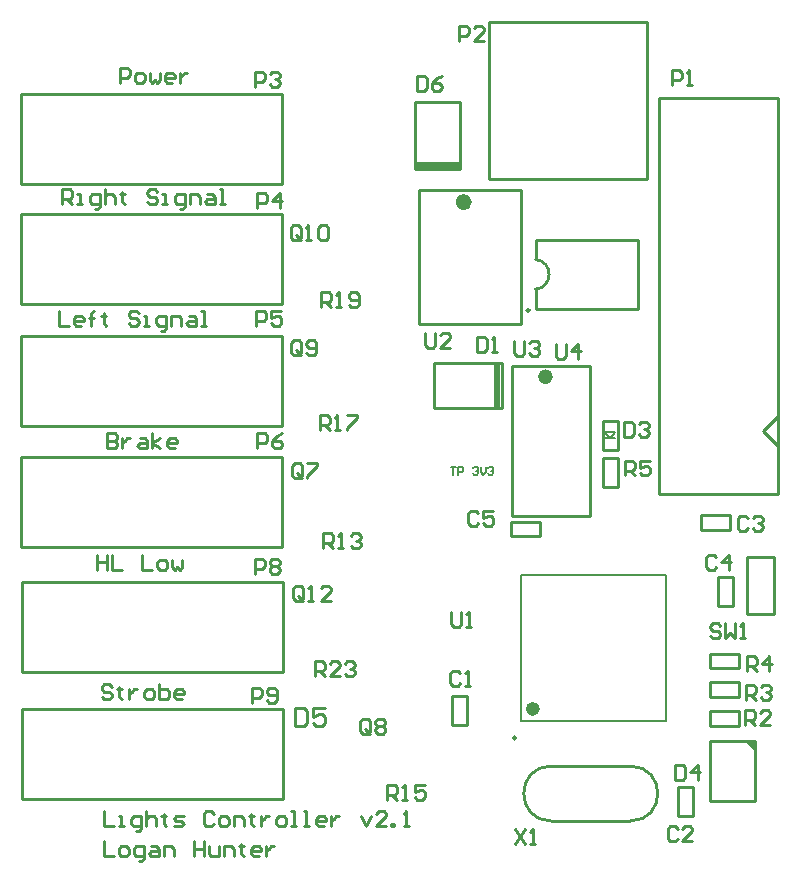
<source format=gto>
G04*
G04 #@! TF.GenerationSoftware,Altium Limited,Altium Designer,18.1.6 (161)*
G04*
G04 Layer_Color=65535*
%FSLAX44Y44*%
%MOMM*%
G71*
G01*
G75*
%ADD10C,0.2500*%
%ADD11C,0.6000*%
%ADD12C,0.2540*%
%ADD13C,0.2000*%
%ADD14C,0.1524*%
%ADD15C,0.1270*%
%ADD16R,3.6830X0.5080*%
%ADD17R,0.5080X3.6830*%
D10*
X795655Y207949D02*
G03*
X795655Y207949I-1250J0D01*
G01*
D11*
X812905Y232449D02*
G03*
X812905Y232449I-3000J0D01*
G01*
D12*
X825418Y184073D02*
G03*
X825418Y137573I0J-23250D01*
G01*
X892418D02*
G03*
X892418Y184073I0J23250D01*
G01*
X825630Y513660D02*
G03*
X825630Y513660I-5080J0D01*
G01*
X824360D02*
G03*
X824360Y513660I-3810J0D01*
G01*
X820550Y511120D02*
G03*
X819414Y511388I0J2540D01*
G01*
X821820Y513660D02*
G03*
X820550Y512390I-1270J0D01*
G01*
X812110Y587743D02*
G03*
X812224Y613028I-1150J12648D01*
G01*
X807150Y569911D02*
G03*
X807150Y569911I-1270J0D01*
G01*
X752537Y661562D02*
G03*
X752537Y661562I-1270J0D01*
G01*
X753807D02*
G03*
X753807Y661562I-2540J0D01*
G01*
X755284D02*
G03*
X755284Y661562I-4016J0D01*
G01*
X756947D02*
G03*
X756947Y661562I-5680J0D01*
G01*
X710378Y689565D02*
Y746714D01*
X748478D01*
Y689565D02*
Y746714D01*
X710378Y689565D02*
X748478D01*
X376115Y471784D02*
Y547984D01*
Y471784D02*
X597095D01*
Y547984D01*
X376115D02*
X597095D01*
X376232Y446081D02*
X597212D01*
Y369881D02*
Y446081D01*
X376232Y369881D02*
X597212D01*
X376232D02*
Y446081D01*
X741744Y219247D02*
X754244D01*
X741744D02*
Y243748D01*
X754244D01*
Y219247D02*
Y243748D01*
X932951Y142207D02*
X945451D01*
X932951D02*
Y166707D01*
X945451D01*
Y142207D02*
Y166707D01*
X952572Y384010D02*
X977072D01*
X952572D02*
Y396510D01*
X977072D01*
Y384010D02*
Y396510D01*
X966582Y319247D02*
X979082D01*
X966582D02*
Y343747D01*
X979082D01*
Y319247D02*
Y343747D01*
X791637Y378475D02*
X816137D01*
X791637D02*
Y390975D01*
X816137D01*
Y378475D02*
Y390975D01*
X959909Y218391D02*
X984409D01*
X959909D02*
Y230891D01*
X984409D01*
Y218391D02*
Y230891D01*
X959909Y242594D02*
X984409D01*
X959909D02*
Y255094D01*
X984409D01*
Y242594D02*
Y255094D01*
X959909Y266796D02*
X984409D01*
X959909D02*
Y279296D01*
X984409D01*
Y266796D02*
Y279296D01*
X1014478Y313088D02*
Y361348D01*
X991618Y313088D02*
X1014478D01*
X991618D02*
Y361348D01*
X1014478D01*
X994522Y201759D02*
Y204934D01*
X995157Y202394D02*
X997062Y200489D01*
X997697D01*
Y202394D01*
X995157Y204934D02*
X997697Y202394D01*
X995157Y204934D02*
X997697Y202394D01*
Y200489D02*
Y202394D01*
Y198584D02*
Y202394D01*
X995157Y204934D02*
X997697Y202394D01*
X995157Y204934D02*
X997697D01*
X991347D02*
X997697D01*
X991347D02*
X997697Y198584D01*
X959597Y154134D02*
X968487D01*
X959597D02*
Y204934D01*
X997697D01*
Y154134D02*
Y204934D01*
X963407Y154134D02*
X997697D01*
X825418Y184073D02*
X892418D01*
X825418Y137573D02*
X892418D01*
X869070Y476460D02*
X881570D01*
X869070Y451960D02*
Y476460D01*
Y451960D02*
X881570D01*
Y476460D01*
X869070Y445198D02*
X881570D01*
X869070Y420698D02*
Y445198D01*
Y420698D02*
X881570D01*
Y445198D01*
X792610Y522550D02*
X858650D01*
Y395550D02*
Y522550D01*
X792610Y395550D02*
X858650D01*
X792610D02*
Y522550D01*
X916826Y750037D02*
X1017156D01*
X916826Y414757D02*
Y750037D01*
Y414757D02*
X1017156D01*
Y750037D01*
Y479527D02*
Y480797D01*
X1004456Y468097D02*
X1017156Y480797D01*
X1004456Y468097D02*
X1017156Y455397D01*
X376115Y676667D02*
Y752867D01*
Y676667D02*
X597095D01*
Y752867D01*
X376115D02*
X597095D01*
X376115Y575015D02*
Y651215D01*
Y575015D02*
X597095D01*
Y651215D01*
X376115D02*
X597095D01*
X377037Y263934D02*
Y340134D01*
Y263934D02*
X598017D01*
Y340134D01*
X377037D02*
X598017D01*
X377154Y156114D02*
Y232314D01*
Y156114D02*
X598134D01*
Y232314D01*
X377154D02*
X598134D01*
X772851Y680883D02*
Y813883D01*
Y680883D02*
X906851D01*
Y813883D01*
X772851D02*
X906851D01*
X812224Y613028D02*
Y629594D01*
X812230Y571181D02*
Y587623D01*
X898590Y571181D02*
Y628331D01*
X812230Y629601D02*
X898590D01*
X812230Y571181D02*
X898590D01*
X713167Y671722D02*
X799527D01*
X713167Y558692D02*
Y671722D01*
Y558692D02*
X799527D01*
Y671722D01*
X783628Y487095D02*
Y525196D01*
X726478D02*
X783628D01*
X726478Y487095D02*
Y525196D01*
Y487095D02*
X783628D01*
X408472Y569702D02*
Y557006D01*
X416936D01*
X427515D02*
X423284D01*
X421168Y559123D01*
Y563354D01*
X423284Y565470D01*
X427515D01*
X429632Y563354D01*
Y561239D01*
X421168D01*
X435979Y557006D02*
Y567586D01*
Y563354D01*
X433863D01*
X438095D01*
X435979D01*
Y567586D01*
X438095Y569702D01*
X446559Y567586D02*
Y565470D01*
X444443D01*
X448675D01*
X446559D01*
Y559123D01*
X448675Y557006D01*
X476183Y567586D02*
X474067Y569702D01*
X469835D01*
X467719Y567586D01*
Y565470D01*
X469835Y563354D01*
X474067D01*
X476183Y561239D01*
Y559123D01*
X474067Y557006D01*
X469835D01*
X467719Y559123D01*
X480415Y557006D02*
X484647D01*
X482531D01*
Y565470D01*
X480415D01*
X495227Y552775D02*
X497343D01*
X499459Y554891D01*
Y565470D01*
X493111D01*
X490995Y563354D01*
Y559123D01*
X493111Y557006D01*
X499459D01*
X503691D02*
Y565470D01*
X510039D01*
X512155Y563354D01*
Y557006D01*
X518503Y565470D02*
X522735D01*
X524851Y563354D01*
Y557006D01*
X518503D01*
X516387Y559123D01*
X518503Y561239D01*
X524851D01*
X529083Y557006D02*
X533315D01*
X531199D01*
Y569702D01*
X529083D01*
X441227Y363033D02*
Y350337D01*
Y356685D01*
X449691D01*
Y363033D01*
Y350337D01*
X453923Y363033D02*
Y350337D01*
X462387D01*
X479314Y363033D02*
Y350337D01*
X487778D01*
X494126D02*
X498358D01*
X500474Y352453D01*
Y356685D01*
X498358Y358801D01*
X494126D01*
X492010Y356685D01*
Y352453D01*
X494126Y350337D01*
X504706Y358801D02*
Y352453D01*
X506822Y350337D01*
X508938Y352453D01*
X511054Y350337D01*
X513170Y352453D01*
Y358801D01*
X446690Y145816D02*
Y133121D01*
X455154D01*
X459386D02*
X463618D01*
X461502D01*
Y141585D01*
X459386D01*
X474198Y128889D02*
X476314D01*
X478430Y131005D01*
Y141585D01*
X472082D01*
X469966Y139468D01*
Y135237D01*
X472082Y133121D01*
X478430D01*
X482662Y145816D02*
Y133121D01*
Y139468D01*
X484778Y141585D01*
X489010D01*
X491126Y139468D01*
Y133121D01*
X497474Y143701D02*
Y141585D01*
X495358D01*
X499590D01*
X497474D01*
Y135237D01*
X499590Y133121D01*
X505938D02*
X512285D01*
X514402Y135237D01*
X512285Y137353D01*
X508054D01*
X505938Y139468D01*
X508054Y141585D01*
X514402D01*
X539793Y143701D02*
X537677Y145816D01*
X533445D01*
X531329Y143701D01*
Y135237D01*
X533445Y133121D01*
X537677D01*
X539793Y135237D01*
X546141Y133121D02*
X550373D01*
X552489Y135237D01*
Y139468D01*
X550373Y141585D01*
X546141D01*
X544025Y139468D01*
Y135237D01*
X546141Y133121D01*
X556721D02*
Y141585D01*
X563069D01*
X565185Y139468D01*
Y133121D01*
X571533Y143701D02*
Y141585D01*
X569417D01*
X573649D01*
X571533D01*
Y135237D01*
X573649Y133121D01*
X579997Y141585D02*
Y133121D01*
Y137353D01*
X582113Y139468D01*
X584229Y141585D01*
X586345D01*
X594809Y133121D02*
X599041D01*
X601157Y135237D01*
Y139468D01*
X599041Y141585D01*
X594809D01*
X592693Y139468D01*
Y135237D01*
X594809Y133121D01*
X605389D02*
X609621D01*
X607505D01*
Y145816D01*
X605389D01*
X615969Y133121D02*
X620201D01*
X618084D01*
Y145816D01*
X615969D01*
X632896Y133121D02*
X628664D01*
X626549Y135237D01*
Y139468D01*
X628664Y141585D01*
X632896D01*
X635012Y139468D01*
Y137353D01*
X626549D01*
X639244Y141585D02*
Y133121D01*
Y137353D01*
X641360Y139468D01*
X643476Y141585D01*
X645592D01*
X664636D02*
X668868Y133121D01*
X673100Y141585D01*
X685796Y133121D02*
X677332D01*
X685796Y141585D01*
Y143701D01*
X683680Y145816D01*
X679448D01*
X677332Y143701D01*
X690028Y133121D02*
Y135237D01*
X692144D01*
Y133121D01*
X690028D01*
X700608D02*
X704840D01*
X702724D01*
Y145816D01*
X700608Y143701D01*
X446690Y120253D02*
Y107557D01*
X455154D01*
X461502D02*
X465734D01*
X467850Y109674D01*
Y113905D01*
X465734Y116021D01*
X461502D01*
X459386Y113905D01*
Y109674D01*
X461502Y107557D01*
X476314Y103326D02*
X478430D01*
X480546Y105442D01*
Y116021D01*
X474198D01*
X472082Y113905D01*
Y109674D01*
X474198Y107557D01*
X480546D01*
X486894Y116021D02*
X491126D01*
X493242Y113905D01*
Y107557D01*
X486894D01*
X484778Y109674D01*
X486894Y111790D01*
X493242D01*
X497474Y107557D02*
Y116021D01*
X503821D01*
X505938Y113905D01*
Y107557D01*
X522865Y120253D02*
Y107557D01*
Y113905D01*
X531329D01*
Y120253D01*
Y107557D01*
X535561Y116021D02*
Y109674D01*
X537677Y107557D01*
X544025D01*
Y116021D01*
X548257Y107557D02*
Y116021D01*
X554605D01*
X556721Y113905D01*
Y107557D01*
X563069Y118137D02*
Y116021D01*
X560953D01*
X565185D01*
X563069D01*
Y109674D01*
X565185Y107557D01*
X577881D02*
X573649D01*
X571533Y109674D01*
Y113905D01*
X573649Y116021D01*
X577881D01*
X579997Y113905D01*
Y111790D01*
X571533D01*
X584229Y116021D02*
Y107557D01*
Y111790D01*
X586345Y113905D01*
X588461Y116021D01*
X590577D01*
X453258Y251352D02*
X451142Y253468D01*
X446910D01*
X444794Y251352D01*
Y249235D01*
X446910Y247120D01*
X451142D01*
X453258Y245004D01*
Y242888D01*
X451142Y240772D01*
X446910D01*
X444794Y242888D01*
X459606Y251352D02*
Y249235D01*
X457490D01*
X461722D01*
X459606D01*
Y242888D01*
X461722Y240772D01*
X468070Y249235D02*
Y240772D01*
Y245004D01*
X470186Y247120D01*
X472302Y249235D01*
X474418D01*
X482882Y240772D02*
X487113D01*
X489230Y242888D01*
Y247120D01*
X487113Y249235D01*
X482882D01*
X480766Y247120D01*
Y242888D01*
X482882Y240772D01*
X493461Y253468D02*
Y240772D01*
X499809D01*
X501925Y242888D01*
Y245004D01*
Y247120D01*
X499809Y249235D01*
X493461D01*
X512505Y240772D02*
X508273D01*
X506157Y242888D01*
Y247120D01*
X508273Y249235D01*
X512505D01*
X514621Y247120D01*
Y245004D01*
X506157D01*
X411530Y659888D02*
Y672584D01*
X417878D01*
X419994Y670468D01*
Y666236D01*
X417878Y664120D01*
X411530D01*
X415762D02*
X419994Y659888D01*
X424226D02*
X428457D01*
X426341D01*
Y668352D01*
X424226D01*
X439037Y655656D02*
X441153D01*
X443269Y657772D01*
Y668352D01*
X436921D01*
X434805Y666236D01*
Y662004D01*
X436921Y659888D01*
X443269D01*
X447501Y672584D02*
Y659888D01*
Y666236D01*
X449617Y668352D01*
X453849D01*
X455965Y666236D01*
Y659888D01*
X462313Y670468D02*
Y668352D01*
X460197D01*
X464429D01*
X462313D01*
Y662004D01*
X464429Y659888D01*
X491937Y670468D02*
X489821Y672584D01*
X485589D01*
X483473Y670468D01*
Y668352D01*
X485589Y666236D01*
X489821D01*
X491937Y664120D01*
Y662004D01*
X489821Y659888D01*
X485589D01*
X483473Y662004D01*
X496169Y659888D02*
X500401D01*
X498285D01*
Y668352D01*
X496169D01*
X510981Y655656D02*
X513097D01*
X515213Y657772D01*
Y668352D01*
X508865D01*
X506749Y666236D01*
Y662004D01*
X508865Y659888D01*
X515213D01*
X519445D02*
Y668352D01*
X525793D01*
X527909Y666236D01*
Y659888D01*
X534257Y668352D02*
X538489D01*
X540605Y666236D01*
Y659888D01*
X534257D01*
X532141Y662004D01*
X534257Y664120D01*
X540605D01*
X544836Y659888D02*
X549068D01*
X546952D01*
Y672584D01*
X544836D01*
X460287Y762556D02*
Y775251D01*
X466635D01*
X468751Y773136D01*
Y768904D01*
X466635Y766788D01*
X460287D01*
X475099Y762556D02*
X479331D01*
X481447Y764672D01*
Y768904D01*
X479331Y771020D01*
X475099D01*
X472983Y768904D01*
Y764672D01*
X475099Y762556D01*
X485679Y771020D02*
Y764672D01*
X487795Y762556D01*
X489911Y764672D01*
X492027Y762556D01*
X494143Y764672D01*
Y771020D01*
X504723Y762556D02*
X500491D01*
X498375Y764672D01*
Y768904D01*
X500491Y771020D01*
X504723D01*
X506839Y768904D01*
Y766788D01*
X498375D01*
X511071Y771020D02*
Y762556D01*
Y766788D01*
X513187Y768904D01*
X515303Y771020D01*
X517419D01*
X449548Y465649D02*
Y452953D01*
X455896D01*
X458012Y455069D01*
Y457185D01*
X455896Y459301D01*
X449548D01*
X455896D01*
X458012Y461417D01*
Y463533D01*
X455896Y465649D01*
X449548D01*
X462244Y461417D02*
Y452953D01*
Y457185D01*
X464360Y459301D01*
X466476Y461417D01*
X468592D01*
X477056D02*
X481288D01*
X483404Y459301D01*
Y452953D01*
X477056D01*
X474940Y455069D01*
X477056Y457185D01*
X483404D01*
X487636Y452953D02*
Y465649D01*
Y457185D02*
X493984Y461417D01*
X487636Y457185D02*
X493984Y452953D01*
X506680D02*
X502448D01*
X500332Y455069D01*
Y459301D01*
X502448Y461417D01*
X506680D01*
X508796Y459301D01*
Y457185D01*
X500332D01*
X608286Y232907D02*
Y217672D01*
X615904D01*
X618443Y220211D01*
Y230368D01*
X615904Y232907D01*
X608286D01*
X633678D02*
X623521D01*
Y225290D01*
X628599Y227829D01*
X631139D01*
X633678Y225290D01*
Y220211D01*
X631139Y217672D01*
X626060D01*
X623521Y220211D01*
X625165Y259924D02*
Y272620D01*
X631513D01*
X633629Y270504D01*
Y266272D01*
X631513Y264156D01*
X625165D01*
X629397D02*
X633629Y259924D01*
X646325D02*
X637861D01*
X646325Y268388D01*
Y270504D01*
X644209Y272620D01*
X639977D01*
X637861Y270504D01*
X650557D02*
X652673Y272620D01*
X656905D01*
X659021Y270504D01*
Y268388D01*
X656905Y266272D01*
X654789D01*
X656905D01*
X659021Y264156D01*
Y262040D01*
X656905Y259924D01*
X652673D01*
X650557Y262040D01*
X575532Y556666D02*
Y569362D01*
X581880D01*
X583996Y567246D01*
Y563014D01*
X581880Y560899D01*
X575532D01*
X596692Y569362D02*
X588228D01*
Y563014D01*
X592460Y565130D01*
X594576D01*
X596692Y563014D01*
Y558783D01*
X594576Y556666D01*
X590344D01*
X588228Y558783D01*
X576465Y453132D02*
Y465828D01*
X582813D01*
X584929Y463712D01*
Y459480D01*
X582813Y457364D01*
X576465D01*
X597625Y465828D02*
X593393Y463712D01*
X589161Y459480D01*
Y455248D01*
X591277Y453132D01*
X595509D01*
X597625Y455248D01*
Y457364D01*
X595509Y459480D01*
X589161D01*
X630841Y572456D02*
Y585151D01*
X637189D01*
X639305Y583036D01*
Y578804D01*
X637189Y576688D01*
X630841D01*
X635073D02*
X639305Y572456D01*
X643537D02*
X647769D01*
X645653D01*
Y585151D01*
X643537Y583036D01*
X654117Y574572D02*
X656233Y572456D01*
X660465D01*
X662581Y574572D01*
Y583036D01*
X660465Y585151D01*
X656233D01*
X654117Y583036D01*
Y580920D01*
X656233Y578804D01*
X662581D01*
X629463Y468273D02*
Y480969D01*
X635810D01*
X637926Y478853D01*
Y474621D01*
X635810Y472505D01*
X629463D01*
X633694D02*
X637926Y468273D01*
X642158D02*
X646390D01*
X644274D01*
Y480969D01*
X642158Y478853D01*
X652738Y480969D02*
X661202D01*
Y478853D01*
X652738Y470389D01*
Y468273D01*
X686512Y155381D02*
Y168077D01*
X692860D01*
X694976Y165961D01*
Y161729D01*
X692860Y159613D01*
X686512D01*
X690744D02*
X694976Y155381D01*
X699208D02*
X703440D01*
X701324D01*
Y168077D01*
X699208Y165961D01*
X718252Y168077D02*
X709788D01*
Y161729D01*
X714020Y163845D01*
X716136D01*
X718252Y161729D01*
Y157497D01*
X716136Y155381D01*
X711904D01*
X709788Y157497D01*
X632420Y368595D02*
Y381291D01*
X638768D01*
X640884Y379175D01*
Y374943D01*
X638768Y372827D01*
X632420D01*
X636652D02*
X640884Y368595D01*
X645116D02*
X649348D01*
X647232D01*
Y381291D01*
X645116Y379175D01*
X655696D02*
X657812Y381291D01*
X662044D01*
X664160Y379175D01*
Y377059D01*
X662044Y374943D01*
X659928D01*
X662044D01*
X664160Y372827D01*
Y370711D01*
X662044Y368595D01*
X657812D01*
X655696Y370711D01*
X615298Y326217D02*
Y334681D01*
X613181Y336797D01*
X608950D01*
X606834Y334681D01*
Y326217D01*
X608950Y324101D01*
X613181D01*
X611066Y328333D02*
X615298Y324101D01*
X613181D02*
X615298Y326217D01*
X619529Y324101D02*
X623761D01*
X621645D01*
Y336797D01*
X619529Y334681D01*
X638573Y324101D02*
X630109D01*
X638573Y332565D01*
Y334681D01*
X636457Y336797D01*
X632225D01*
X630109Y334681D01*
X613291Y631319D02*
Y639783D01*
X611175Y641899D01*
X606943D01*
X604827Y639783D01*
Y631319D01*
X606943Y629203D01*
X611175D01*
X609059Y633435D02*
X613291Y629203D01*
X611175D02*
X613291Y631319D01*
X617523Y629203D02*
X621755D01*
X619639D01*
Y641899D01*
X617523Y639783D01*
X628103D02*
X630219Y641899D01*
X634451D01*
X636567Y639783D01*
Y631319D01*
X634451Y629203D01*
X630219D01*
X628103Y631319D01*
Y639783D01*
X614015Y533854D02*
Y542318D01*
X611899Y544434D01*
X607667D01*
X605551Y542318D01*
Y533854D01*
X607667Y531738D01*
X611899D01*
X609783Y535970D02*
X614015Y531738D01*
X611899D02*
X614015Y533854D01*
X618247D02*
X620363Y531738D01*
X624595D01*
X626711Y533854D01*
Y542318D01*
X624595Y544434D01*
X620363D01*
X618247Y542318D01*
Y540202D01*
X620363Y538086D01*
X626711D01*
X672090Y213608D02*
Y222072D01*
X669974Y224188D01*
X665742D01*
X663626Y222072D01*
Y213608D01*
X665742Y211492D01*
X669974D01*
X667858Y215724D02*
X672090Y211492D01*
X669974D02*
X672090Y213608D01*
X676322Y222072D02*
X678438Y224188D01*
X682670D01*
X684786Y222072D01*
Y219956D01*
X682670Y217840D01*
X684786Y215724D01*
Y213608D01*
X682670Y211492D01*
X678438D01*
X676322Y213608D01*
Y215724D01*
X678438Y217840D01*
X676322Y219956D01*
Y222072D01*
X678438Y217840D02*
X682670D01*
X614768Y430078D02*
Y438542D01*
X612652Y440658D01*
X608420D01*
X606304Y438542D01*
Y430078D01*
X608420Y427962D01*
X612652D01*
X610536Y432194D02*
X614768Y427962D01*
X612652D02*
X614768Y430078D01*
X619000Y440658D02*
X627464D01*
Y438542D01*
X619000Y430078D01*
Y427962D01*
X795079Y130377D02*
X803543Y117681D01*
Y130377D02*
X795079Y117681D01*
X807775D02*
X812007D01*
X809891D01*
Y130377D01*
X807775Y128261D01*
X740811Y314550D02*
Y303970D01*
X742927Y301854D01*
X747159D01*
X749275Y303970D01*
Y314550D01*
X753507Y301854D02*
X757739D01*
X755623D01*
Y314550D01*
X753507Y312433D01*
X968663Y302866D02*
X966547Y304982D01*
X962315D01*
X960199Y302866D01*
Y300750D01*
X962315Y298634D01*
X966547D01*
X968663Y296518D01*
Y294402D01*
X966547Y292286D01*
X962315D01*
X960199Y294402D01*
X972895Y304982D02*
Y292286D01*
X977127Y296518D01*
X981359Y292286D01*
Y304982D01*
X985591Y292286D02*
X989823D01*
X987707D01*
Y304982D01*
X985591Y302866D01*
X990961Y264325D02*
Y277021D01*
X997309D01*
X999425Y274905D01*
Y270673D01*
X997309Y268557D01*
X990961D01*
X995193D02*
X999425Y264325D01*
X1010005D02*
Y277021D01*
X1003657Y270673D01*
X1012121D01*
X990086Y240203D02*
Y252899D01*
X996434D01*
X998550Y250783D01*
Y246551D01*
X996434Y244435D01*
X990086D01*
X994318D02*
X998550Y240203D01*
X1002782Y250783D02*
X1004898Y252899D01*
X1009130D01*
X1011246Y250783D01*
Y248667D01*
X1009130Y246551D01*
X1007014D01*
X1009130D01*
X1011246Y244435D01*
Y242319D01*
X1009130Y240203D01*
X1004898D01*
X1002782Y242319D01*
X989541Y218641D02*
Y231337D01*
X995890D01*
X998006Y229221D01*
Y224989D01*
X995890Y222873D01*
X989541D01*
X993773D02*
X998006Y218641D01*
X1010701D02*
X1002237D01*
X1010701Y227105D01*
Y229221D01*
X1008585Y231337D01*
X1004353D01*
X1002237Y229221D01*
X930373Y185375D02*
Y172679D01*
X936721D01*
X938837Y174795D01*
Y183259D01*
X936721Y185375D01*
X930373D01*
X949417Y172679D02*
Y185375D01*
X943069Y179027D01*
X951533D01*
X763510Y398201D02*
X761394Y400317D01*
X757162D01*
X755046Y398201D01*
Y389738D01*
X757162Y387622D01*
X761394D01*
X763510Y389738D01*
X776206Y400317D02*
X767741D01*
Y393969D01*
X771973Y396086D01*
X774090D01*
X776206Y393969D01*
Y389738D01*
X774090Y387622D01*
X769857D01*
X767741Y389738D01*
X965236Y360707D02*
X963120Y362823D01*
X958888D01*
X956772Y360707D01*
Y352243D01*
X958888Y350127D01*
X963120D01*
X965236Y352243D01*
X975816Y350127D02*
Y362823D01*
X969468Y356475D01*
X977932D01*
X991992Y393946D02*
X989876Y396063D01*
X985644D01*
X983528Y393946D01*
Y385483D01*
X985644Y383367D01*
X989876D01*
X991992Y385483D01*
X996224Y393946D02*
X998340Y396063D01*
X1002572D01*
X1004688Y393946D01*
Y391831D01*
X1002572Y389715D01*
X1000456D01*
X1002572D01*
X1004688Y387599D01*
Y385483D01*
X1002572Y383367D01*
X998340D01*
X996224Y385483D01*
X932367Y130988D02*
X930251Y133104D01*
X926019D01*
X923903Y130988D01*
Y122524D01*
X926019Y120408D01*
X930251D01*
X932367Y122524D01*
X945063Y120408D02*
X936599D01*
X945063Y128872D01*
Y130988D01*
X942947Y133104D01*
X938715D01*
X936599Y130988D01*
X748243Y262589D02*
X746127Y264705D01*
X741895D01*
X739779Y262589D01*
Y254125D01*
X741895Y252009D01*
X746127D01*
X748243Y254125D01*
X752475Y252009D02*
X756707D01*
X754591D01*
Y264705D01*
X752475Y262589D01*
X762428Y547361D02*
Y534665D01*
X768776D01*
X770892Y536781D01*
Y545245D01*
X768776Y547361D01*
X762428D01*
X775124Y534665D02*
X779356D01*
X777240D01*
Y547361D01*
X775124Y545245D01*
X886916Y475416D02*
Y462720D01*
X893264D01*
X895380Y464836D01*
Y473300D01*
X893264Y475416D01*
X886916D01*
X899612Y473300D02*
X901728Y475416D01*
X905959D01*
X908075Y473300D01*
Y471184D01*
X905959Y469068D01*
X903844D01*
X905959D01*
X908075Y466952D01*
Y464836D01*
X905959Y462720D01*
X901728D01*
X899612Y464836D01*
X711698Y768420D02*
Y755724D01*
X718046D01*
X720162Y757840D01*
Y766304D01*
X718046Y768420D01*
X711698D01*
X732858D02*
X728626Y766304D01*
X724394Y762072D01*
Y757840D01*
X726510Y755724D01*
X730742D01*
X732858Y757840D01*
Y759956D01*
X730742Y762072D01*
X724394D01*
X927571Y760398D02*
Y773094D01*
X933919D01*
X936035Y770978D01*
Y766746D01*
X933919Y764630D01*
X927571D01*
X940267Y760398D02*
X944499D01*
X942383D01*
Y773094D01*
X940267Y770978D01*
X747271Y798335D02*
Y811031D01*
X753619D01*
X755735Y808915D01*
Y804683D01*
X753619Y802567D01*
X747271D01*
X768431Y798335D02*
X759967D01*
X768431Y806799D01*
Y808915D01*
X766315Y811031D01*
X762083D01*
X759967Y808915D01*
X574600Y759071D02*
Y771767D01*
X580948D01*
X583064Y769651D01*
Y765419D01*
X580948Y763303D01*
X574600D01*
X587295Y769651D02*
X589412Y771767D01*
X593643D01*
X595760Y769651D01*
Y767535D01*
X593643Y765419D01*
X591527D01*
X593643D01*
X595760Y763303D01*
Y761187D01*
X593643Y759071D01*
X589412D01*
X587295Y761187D01*
X576465Y656470D02*
Y669165D01*
X582813D01*
X584929Y667050D01*
Y662818D01*
X582813Y660702D01*
X576465D01*
X595509Y656470D02*
Y669165D01*
X589161Y662818D01*
X597625D01*
X574600Y346800D02*
Y359496D01*
X580948D01*
X583064Y357380D01*
Y353148D01*
X580948Y351032D01*
X574600D01*
X587295Y357380D02*
X589412Y359496D01*
X593643D01*
X595760Y357380D01*
Y355264D01*
X593643Y353148D01*
X595760Y351032D01*
Y348916D01*
X593643Y346800D01*
X589412D01*
X587295Y348916D01*
Y351032D01*
X589412Y353148D01*
X587295Y355264D01*
Y357380D01*
X589412Y353148D02*
X593643D01*
X571801Y237670D02*
Y250366D01*
X578149D01*
X580265Y248249D01*
Y244018D01*
X578149Y241902D01*
X571801D01*
X584497Y239786D02*
X586613Y237670D01*
X590845D01*
X592961Y239786D01*
Y248249D01*
X590845Y250366D01*
X586613D01*
X584497Y248249D01*
Y246134D01*
X586613Y244018D01*
X592961D01*
X887780Y430086D02*
Y442782D01*
X894128D01*
X896244Y440666D01*
Y436434D01*
X894128Y434318D01*
X887780D01*
X892012D02*
X896244Y430086D01*
X908940Y442782D02*
X900476D01*
Y436434D01*
X904708Y438550D01*
X906824D01*
X908940Y436434D01*
Y432202D01*
X906824Y430086D01*
X902592D01*
X900476Y432202D01*
X718954Y551060D02*
Y540480D01*
X721070Y538364D01*
X725302D01*
X727418Y540480D01*
Y551060D01*
X740114Y538364D02*
X731650D01*
X740114Y546828D01*
Y548944D01*
X737998Y551060D01*
X733766D01*
X731650Y548944D01*
X829330Y541509D02*
Y530929D01*
X831445Y528813D01*
X835677D01*
X837794Y530929D01*
Y541509D01*
X848373Y528813D02*
Y541509D01*
X842025Y535161D01*
X850489D01*
X793995Y544251D02*
Y533671D01*
X796111Y531555D01*
X800343D01*
X802459Y533671D01*
Y544251D01*
X806691Y542135D02*
X808807Y544251D01*
X813038D01*
X815154Y542135D01*
Y540019D01*
X813038Y537903D01*
X810922D01*
X813038D01*
X815154Y535787D01*
Y533671D01*
X813038Y531555D01*
X808807D01*
X806691Y533671D01*
D13*
X799905Y222449D02*
X922905D01*
X799905Y345449D02*
X922905D01*
X799905Y222449D02*
Y345449D01*
X922905Y222449D02*
Y345449D01*
D14*
X870710Y466146D02*
X875155Y461701D01*
X879600Y466146D01*
X870710Y461701D02*
X879600D01*
X870710Y466781D02*
X879600D01*
D15*
X740254Y437080D02*
X744486D01*
X742370D01*
Y430732D01*
X746602D02*
Y437080D01*
X749776D01*
X750834Y436022D01*
Y433906D01*
X749776Y432848D01*
X746602D01*
X759297Y436022D02*
X760356Y437080D01*
X762471D01*
X763530Y436022D01*
Y434964D01*
X762471Y433906D01*
X761413D01*
X762471D01*
X763530Y432848D01*
Y431790D01*
X762471Y430732D01*
X760356D01*
X759297Y431790D01*
X765646Y437080D02*
Y432848D01*
X767761Y430732D01*
X769877Y432848D01*
Y437080D01*
X771993Y436022D02*
X773051Y437080D01*
X775167D01*
X776225Y436022D01*
Y434964D01*
X775167Y433906D01*
X774109D01*
X775167D01*
X776225Y432848D01*
Y431790D01*
X775167Y430732D01*
X773051D01*
X771993Y431790D01*
D16*
X730063Y693372D02*
D03*
D17*
X779818Y506781D02*
D03*
M02*

</source>
